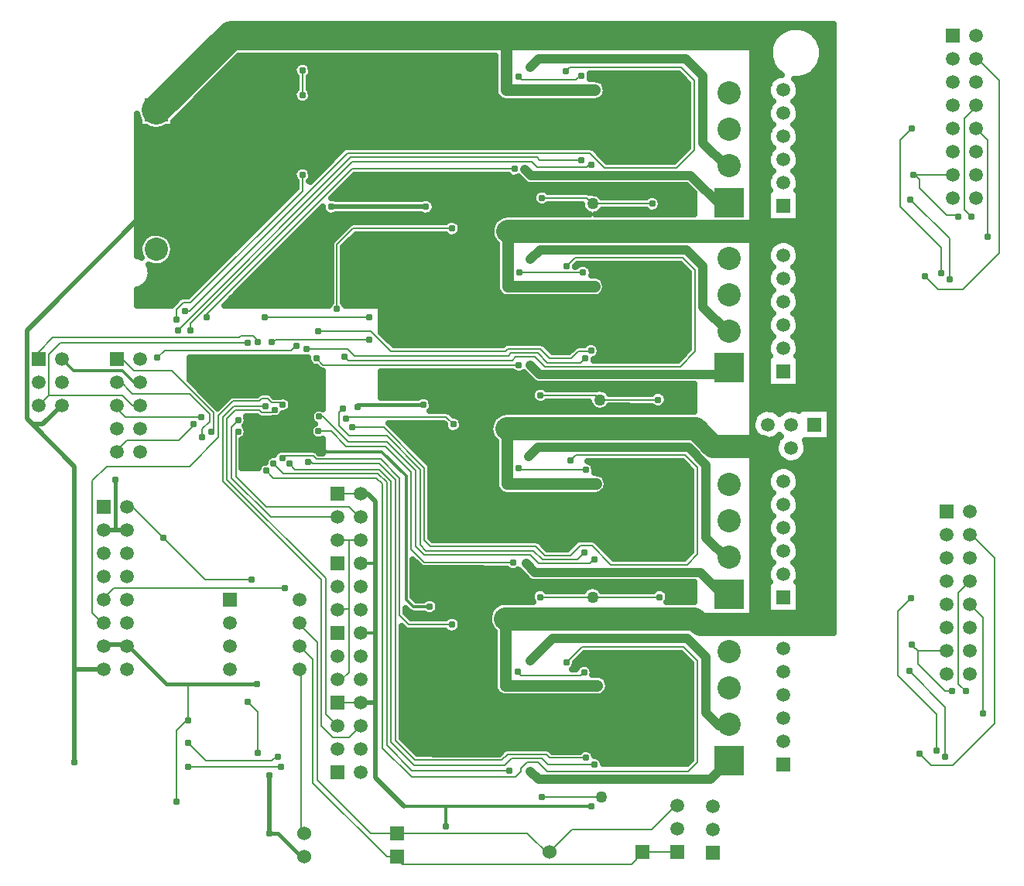
<source format=gbr>
G04 DipTrace 2.1.0.0*
%INBottom.gbr*%
%MOIN*%
%ADD10C,0.01*%
%ADD11C,0.006*%
%ADD12C,0.003*%
%ADD13C,0.016*%
%ADD14C,0.008*%
%ADD15C,0.039*%
%ADD16C,0.012*%
%ADD17C,0.02*%
%ADD18C,0.06*%
%ADD19C,0.15*%
%ADD20C,0.05*%
%ADD21C,0.125*%
%ADD22C,0.1*%
%ADD23C,0.025*%
%ADD24C,0.013*%
%ADD25R,0.1063X0.063*%
%ADD26R,0.0591X0.0512*%
%ADD27R,0.0512X0.0591*%
%ADD28R,0.063X0.1063*%
%ADD29R,0.05X0.06*%
%ADD30R,0.06X0.05*%
%ADD31R,0.1X0.1*%
%ADD32R,0.0591X0.0591*%
%ADD33C,0.0591*%
%ADD34R,0.0827X0.0197*%
%ADD35R,0.0827X0.0591*%
%ADD36R,0.125X0.125*%
%ADD37C,0.1*%
%ADD38R,0.06X0.06*%
%ADD39R,0.071X0.14*%
%ADD40R,0.0551X0.0177*%
%ADD41R,0.0177X0.0551*%
%ADD42R,0.04X0.025*%
%ADD43R,0.012X0.065*%
%ADD44R,0.0827X0.0157*%
%ADD45R,0.09X0.056*%
%ADD46R,0.1X0.056*%
%ADD47R,0.0197X0.0827*%
%ADD48R,0.0591X0.0827*%
%ADD49R,0.0157X0.0827*%
%ADD50C,0.031*%
%ADD51C,0.019*%
%ADD52C,0.035*%
%ADD53C,0.095*%
%ADD54C,0.12*%
%ADD55C,0.11*%
%ADD56C,0.067*%
%ADD57C,0.0354*%
%ADD58C,0.063*%
%ADD59C,0.038*%
%ADD60C,0.023*%
%ADD61C,0.058*%
%ADD62C,0.042*%
%ADD63R,0.0237X0.0907*%
%ADD64R,0.0077X0.0747*%
%ADD65R,0.0671X0.0907*%
%ADD66R,0.0511X0.0747*%
%ADD67R,0.0277X0.0907*%
%ADD68R,0.0117X0.0747*%
%ADD69R,0.108X0.064*%
%ADD70R,0.092X0.048*%
%ADD71R,0.098X0.064*%
%ADD72R,0.082X0.048*%
%ADD73R,0.0907X0.0237*%
%ADD74R,0.0747X0.0077*%
%ADD75R,0.02X0.073*%
%ADD76R,0.004X0.057*%
%ADD77R,0.048X0.033*%
%ADD78R,0.032X0.017*%
%ADD79R,0.0257X0.0631*%
%ADD80R,0.0097X0.0471*%
%ADD81R,0.0631X0.0257*%
%ADD82R,0.0471X0.0097*%
%ADD83R,0.079X0.148*%
%ADD84R,0.063X0.132*%
%ADD85R,0.068X0.068*%
%ADD86R,0.052X0.052*%
%ADD87C,0.068*%
%ADD88C,0.052*%
%ADD89C,0.108*%
%ADD90C,0.092*%
%ADD91R,0.133X0.133*%
%ADD92R,0.117X0.117*%
%ADD93R,0.0907X0.0671*%
%ADD94R,0.0747X0.0511*%
%ADD95R,0.0907X0.0277*%
%ADD96R,0.0747X0.0117*%
%ADD97C,0.0671*%
%ADD98C,0.0511*%
%ADD99R,0.0671X0.0671*%
%ADD100R,0.0511X0.0511*%
%ADD101C,0.108*%
%ADD102C,0.092*%
%ADD103R,0.108X0.108*%
%ADD104R,0.092X0.092*%
%ADD105R,0.068X0.058*%
%ADD106R,0.052X0.042*%
%ADD107R,0.058X0.068*%
%ADD108R,0.042X0.052*%
%ADD109R,0.071X0.1143*%
%ADD110R,0.055X0.0983*%
%ADD111R,0.0592X0.0671*%
%ADD112R,0.0432X0.0511*%
%ADD113R,0.0671X0.0592*%
%ADD114R,0.0511X0.0432*%
%ADD115R,0.1143X0.071*%
%ADD116R,0.0983X0.055*%
%ADD117C,0.0062*%
%ADD118C,0.0124*%
%ADD119C,0.0077*%
%FSLAX44Y44*%
%SFA1B1*%
%OFA0B0*%
G04*
G70*
G90*
G75*
G01*
%LNBottom*%
%LPD*%
X11065Y29315D2*
D15*
Y32315D1*
X9940Y33440D1*
Y33221D1*
X9898D1*
X17690Y18690D2*
D14*
X18690D1*
X9898Y33221D2*
D19*
Y35315D1*
X15503D1*
X16940Y36752D1*
X20315D1*
D15*
Y37065D1*
X9898Y35221D2*
Y33221D1*
D17*
X9784D1*
X4315Y27752D1*
Y23938D1*
X4563Y23690D1*
X5003D1*
X5815Y24502D1*
X10190Y18815D2*
D14*
X8878Y20127D1*
X8628D1*
X17690Y15690D2*
X17565D1*
X17503Y15752D1*
X18190D1*
Y18690D1*
X17690D1*
X6378Y9127D2*
D17*
Y13127D1*
X7628D1*
X18190Y15752D2*
D14*
Y13002D1*
X17878Y12690D1*
X17690D1*
X14003Y17002D2*
X12003D1*
X10190Y18815D1*
X16253Y6065D2*
X16128D1*
Y13065D1*
X16065Y13127D1*
X4563Y23690D2*
D17*
X6378Y21875D1*
Y13127D1*
X20315Y35940D2*
D14*
Y36315D1*
X28480Y24580D2*
X28745Y24315D1*
X31815D1*
X32190Y24690D1*
X24960Y38090D2*
D20*
Y40440D1*
D21*
X35690D1*
D17*
X35815Y40315D1*
Y32002D1*
D22*
X25040D1*
D20*
Y29630D1*
X28753D1*
X35815Y32002D2*
D17*
X35870D1*
Y24495D1*
X35565Y24190D1*
Y23190D1*
X36003Y22752D1*
D22*
X33878D1*
X33128Y23502D1*
X25003D1*
D20*
Y21127D1*
X28815D1*
X36003Y22752D2*
D17*
Y15065D1*
D22*
X33315D1*
X33065Y15315D1*
X24940D1*
D20*
Y12433D1*
X28878D1*
X9898Y37221D2*
D21*
X13116Y40440D1*
X24960D1*
Y38090D2*
D20*
X28780D1*
X12253Y23377D2*
D14*
X12378Y23502D1*
Y24190D1*
X10565Y26002D1*
X8940D1*
X8440Y26502D1*
X8190D1*
X8628Y19127D2*
D17*
X8128D1*
X7628D1*
X14753Y6065D2*
Y8565D1*
X8128Y21315D2*
D13*
Y19127D1*
X14753Y6065D2*
X15127D1*
X16190Y5002D1*
X16253Y5065D1*
X26503Y33440D2*
D14*
X28440D1*
X28690Y33190D1*
X31252D2*
X28690D1*
X26440Y24940D2*
X28815D1*
X29003Y24752D1*
X31503D2*
X29003D1*
X26503Y7627D2*
X29065D1*
X26440Y16252D2*
X28690D1*
X31565D2*
X28690D1*
X25775Y34665D2*
D15*
X26030Y34410D1*
X32907D1*
X34252Y33065D1*
X34385D1*
D14*
X34568Y33248D1*
X26014Y39076D2*
D15*
X26378Y39440D1*
X32690D1*
X33440Y38690D1*
Y35815D1*
X34417Y34838D1*
X34568D1*
X11503Y23690D2*
D14*
X11565D1*
X10877Y23002D1*
X8627D1*
X8190Y22565D1*
Y22502D1*
X11815Y24002D2*
X8565D1*
X8190Y24378D1*
Y24502D1*
X11878Y23127D2*
Y23503D1*
X12190Y23815D1*
Y24127D1*
X11315Y25002D1*
X8878D1*
X8284Y25596D1*
X8190Y25502D1*
X25815Y17690D2*
D15*
X26190Y17315D1*
X33315D1*
X34409Y16221D1*
D14*
X34570Y16383D1*
X13815Y27190D2*
X5753D1*
X5252Y26690D1*
Y24940D1*
X4815Y24502D1*
X9190D2*
X8878D1*
X8440Y24940D1*
X5253D1*
X14270Y27250D2*
X14253D1*
Y27307D1*
X14058Y27502D1*
X13522D1*
X13460Y27440D1*
X5440D1*
X4815Y26815D1*
Y26502D1*
X26014Y30794D2*
D15*
X26430Y31210D1*
X32740D1*
X33440Y30510D1*
Y28752D1*
X34502Y27690D1*
X34565D1*
Y27715D1*
X45690Y31779D2*
D14*
Y35940D1*
X45190Y36440D1*
X26014Y26246D2*
D15*
X26410Y25850D1*
X34840D1*
D14*
X34565Y26125D1*
X13815Y11752D2*
X14253Y11315D1*
Y9550D1*
X26014Y8746D2*
D15*
X26370Y8390D1*
X33772D1*
X34570Y9188D1*
X25940Y22315D2*
X26315Y22690D1*
X32815D1*
X33565Y21940D1*
Y18815D1*
X34489Y17891D1*
X34570Y17973D1*
X32315Y5253D2*
D14*
X30878D1*
X30815D1*
X16065Y14127D2*
X16628Y13565D1*
Y8252D1*
X19815Y5065D1*
X20190D1*
X20253D1*
X20190D2*
X20503Y4752D1*
X30377D1*
X30878Y5253D1*
X16065Y15127D2*
X16003D1*
X16815Y14315D1*
Y8377D1*
X19128Y6065D1*
X20253D1*
X25878D1*
X26815Y5127D1*
Y5253D1*
X27793Y6230D1*
X31230D1*
X32253Y7253D1*
X32315D1*
X15128Y9377D2*
X15065D1*
X14878Y9190D1*
X12040D1*
X11260Y9970D1*
X15260Y8950D2*
Y8940D1*
X11253D1*
X13810Y25940D2*
D13*
X15180D1*
X16350D1*
Y22980D1*
X15990Y22620D1*
X14950D1*
X14340Y22010D1*
D16*
X13626D1*
X28190Y38690D2*
D14*
Y38750D1*
X27980Y38540D1*
X25640D1*
X25510Y38670D1*
X28270Y30220D2*
X25540D1*
X28390Y21720D2*
X25598D1*
X25502Y21815D1*
X28315Y13002D2*
X28273D1*
X28148Y12877D1*
X25603D1*
X25460Y13020D1*
X17690Y20690D2*
X18690D1*
D13*
D3*
X17690Y11690D2*
D14*
X18690D1*
D16*
D3*
X7628Y14127D2*
D17*
Y14190D1*
X8628D1*
Y14127D1*
X18690Y20690D2*
X19003D1*
X19315Y20378D1*
Y17690D1*
Y14690D1*
Y11690D1*
X18690D1*
Y14690D2*
D16*
X19315D1*
X18690Y17690D2*
X19315D1*
X10751Y7440D2*
D14*
Y10501D1*
X11253Y11002D1*
Y10940D1*
Y12440D1*
X10440D1*
X8628Y14252D1*
Y14127D1*
X9190Y25502D2*
D16*
X8940D1*
X8440Y26002D1*
X6315D1*
X5815Y26502D1*
X8628Y14190D2*
D13*
X10315Y12502D1*
X14220D1*
X19315Y11690D2*
D17*
Y8485D1*
X20548Y7252D1*
D16*
X22378D1*
X28628D1*
X21508Y33065D2*
D17*
X17440D1*
X22378Y6377D2*
D16*
Y7252D1*
X15990Y22620D2*
X17100D1*
X17210Y22510D1*
X19610D1*
X20660Y21460D1*
Y16150D1*
X20980Y15830D1*
X21670D1*
X21660Y15840D1*
X21390Y24540D2*
D13*
X18565D1*
Y24435D1*
X44065Y29940D2*
D14*
Y31690D1*
X42378Y33377D1*
X43690Y30190D2*
Y31315D1*
X41940Y33065D1*
Y35940D1*
X42440Y36440D1*
X45503Y11252D2*
Y15377D1*
X44940Y15940D1*
X26014Y13514D2*
D15*
X26970Y14470D1*
X32750D1*
X33565Y13655D1*
Y11253D1*
X34128Y10690D1*
X34570D1*
Y10778D1*
X43878Y9377D2*
D14*
Y11502D1*
X42315Y13065D1*
X43503Y9627D2*
Y11190D1*
X41815Y12877D1*
Y15627D1*
X42399Y16211D1*
X44940Y16940D2*
X44440Y16440D1*
Y12503D1*
X44753Y12190D1*
X45190Y37440D2*
Y37377D1*
X44690Y36877D1*
Y32940D1*
X45003Y32627D1*
X44190Y34440D2*
X42503D1*
X44440Y32627D2*
X44503Y32690D1*
X43940D1*
X42775Y33855D1*
Y34230D1*
X42565Y34440D1*
X44190D1*
X43003Y30065D2*
X43565Y29502D1*
X44627D1*
X46193Y31068D1*
Y38499D1*
X45252Y39440D1*
X45190D1*
X43940Y13940D2*
X42690D1*
X42589Y14041D1*
X42580D1*
X42431Y14190D1*
X44176Y12190D2*
X43877D1*
X42690Y13377D1*
Y13940D1*
X42753Y9502D2*
X43253Y9002D1*
X44190D1*
X46003Y10815D1*
Y17940D1*
X45002Y18940D1*
X44940D1*
X27540Y38910D2*
X27695Y39065D1*
X32502D1*
X33070Y38497D1*
Y35507D1*
X32303Y34740D1*
X29203D1*
X28565Y35377D1*
X18127D1*
X11315Y28565D1*
X11128D1*
X25315Y34690D2*
X18315D1*
X12065Y28440D1*
Y28315D1*
X10753Y28190D2*
Y28628D1*
X11065Y28940D1*
X11378D1*
X16190Y33752D1*
Y34440D1*
Y37877D2*
Y38940D1*
X28628Y34877D2*
Y34948D1*
X28440Y34760D1*
X26310D1*
X26068Y35002D1*
X18333D1*
X11378Y28047D1*
Y27752D1*
X28190Y35080D2*
X26410D1*
X26300Y35190D1*
X18253D1*
X10815Y27752D1*
X17690Y19690D2*
X14815D1*
X13128Y21377D1*
Y23565D1*
X13440Y23877D1*
X18690Y19690D2*
X18627D1*
X18190Y20127D1*
X14628D1*
X13315Y21440D1*
Y23253D1*
X13440Y23378D1*
X27549Y13429D2*
X28220Y14100D1*
X32600D1*
X33190Y13510D1*
Y9120D1*
X32790Y8720D1*
X26740D1*
X26330Y9130D1*
X25850D1*
X25590Y8870D1*
Y8720D1*
X25360Y8490D1*
X20890D1*
X19628Y9752D1*
Y21127D1*
X19378Y21377D1*
X14940D1*
X14628Y21690D1*
X25110Y8780D2*
X20912D1*
X19815Y9877D1*
Y21190D1*
X19440Y21565D1*
X15377D1*
X14940Y22002D1*
X22628Y15065D2*
Y15080D1*
X20760D1*
X20378Y15462D1*
Y21377D1*
X19565Y22190D1*
X16810D1*
X16650Y22350D1*
X15413D1*
X15315Y22252D1*
X28750Y9020D2*
X26770D1*
X26490Y9300D1*
X25210D1*
X24910Y9000D1*
X21005D1*
X20003Y10002D1*
Y21252D1*
X19503Y21752D1*
X15878D1*
X15628Y22002D1*
X28390Y9320D2*
X26840D1*
X26690Y9470D1*
X25030D1*
X24780Y9220D1*
X21035D1*
X20190Y10065D1*
Y21315D1*
X19503Y22002D1*
X16628D1*
X16565Y22065D1*
X16440D1*
X7628Y16127D2*
Y16190D1*
X8065Y16627D1*
X15440D1*
X27740Y22130D2*
X27970Y22360D1*
X32660D1*
X33190Y21830D1*
Y18090D1*
X32750Y17650D1*
X29480D1*
X28650Y18480D1*
X28150D1*
X27720Y18050D1*
X26630D1*
X26240Y18440D1*
X21690D1*
X21440Y18690D1*
Y21815D1*
X19690Y23565D1*
X18315D1*
X25253Y17752D2*
X21440D1*
X20878Y18315D1*
Y21627D1*
X19753Y22752D1*
X18068D1*
X17420Y23400D1*
X16880D1*
Y23390D1*
X22690Y23690D2*
X22378Y24002D1*
X18142D1*
X18060Y23920D1*
X28753Y17878D2*
X28565Y17690D1*
X26360D1*
X25990Y18060D1*
X21445D1*
X21065Y18440D1*
Y21690D1*
X19815Y22940D1*
X18160D1*
X17050Y24050D1*
X16950D1*
X16900Y24100D1*
Y24020D1*
X16910D1*
X28342Y18162D2*
X28040Y17860D1*
X26520D1*
X26128Y18252D1*
X21503D1*
X21253Y18502D1*
Y21752D1*
X19815Y23190D1*
X18190D1*
X17753Y23627D1*
Y24190D1*
X17863Y24300D1*
X17980D1*
X17920Y24360D1*
X15346Y24534D2*
X15253Y24627D1*
X14878D1*
X14690Y24815D1*
X14440D1*
X14315Y24690D1*
X13190D1*
X12565Y24065D1*
Y23127D1*
X11315Y21877D1*
X7752D1*
X7128Y21253D1*
Y15565D1*
X7565Y15127D1*
X7628D1*
X15003Y24315D2*
X14878Y24190D1*
X14440D1*
X14340Y24290D1*
X13290D1*
X12940Y23940D1*
Y21315D1*
X17190Y17065D1*
Y11190D1*
X17753Y10627D1*
X17627D1*
X17690Y10690D1*
X14590Y24480D2*
X13230D1*
X12753Y24003D1*
Y21252D1*
X17003Y17002D1*
Y10690D1*
X17503Y10190D1*
X18190D1*
X18690Y10690D1*
X27550Y30510D2*
X27920Y30880D1*
X32562D1*
X33110Y30332D1*
Y26820D1*
X32470Y26180D1*
X26620D1*
X26210Y26590D1*
X25370D1*
X25230Y26450D1*
X18150D1*
X18000Y26600D1*
X25500Y26250D2*
X17067D1*
X16787Y26530D1*
X22626Y32125D2*
X18375D1*
X17680Y31430D1*
Y28660D1*
X28620Y26860D2*
X28590Y26830D1*
X28070D1*
X27770Y26530D1*
X26840D1*
X26430Y26940D1*
X25040D1*
X24930Y26830D1*
X20010D1*
X19130Y27710D1*
X16880D1*
X28350Y26530D2*
X28170Y26350D1*
X26730D1*
X26320Y26760D1*
X25170D1*
X25060Y26650D1*
X18430D1*
X18140Y26940D1*
X16378D1*
X9940Y26565D2*
X10252Y26877D1*
X15707D1*
X15895Y27065D1*
X15940D1*
X14850Y27250D2*
X14920D1*
X15020Y27350D1*
X19060D1*
X14580Y28315D2*
X19065D1*
D50*
X11065Y29315D3*
X20315Y37065D3*
X15503Y35315D3*
X10190Y18815D3*
X6378Y9127D3*
X14003Y17002D3*
X10190Y18815D3*
X28480Y24580D3*
X32190Y24690D3*
X24960Y38090D3*
X25040Y29630D3*
X28753D3*
X25040D3*
X28815Y21127D3*
X25003D3*
X28878Y12433D3*
X24940D3*
X28815Y21127D3*
X28780Y38090D3*
X24960D3*
X12253Y23377D3*
X14753Y6065D3*
Y8565D3*
X8128Y21315D3*
X14753Y8565D3*
Y6065D3*
X26503Y33440D3*
D20*
X28690Y33190D3*
D50*
X31252D3*
X26440Y24940D3*
D20*
X29003Y24752D3*
D50*
X31503D3*
X26503Y7627D3*
D20*
X29065D3*
D50*
X26440Y16252D3*
D20*
X28690D3*
D50*
X31565D3*
X25775Y34665D3*
X26014Y39076D3*
X11503Y23690D3*
X11815Y24002D3*
X11878Y23127D3*
X25815Y17690D3*
X13815Y27190D3*
X14270Y27250D3*
X26014Y30794D3*
X45690Y31779D3*
X26014Y26246D3*
X13815Y11752D3*
X14253Y9550D3*
X26014Y8746D3*
X25940Y22315D3*
X15128Y9377D3*
X11260Y9970D3*
X15260Y8950D3*
X11253Y8940D3*
X13810Y25940D3*
X14340Y22010D3*
X16350Y22980D3*
X13626Y22010D3*
X28190Y38690D3*
X25510Y38670D3*
X28270Y30220D3*
X25540D3*
X28390Y21720D3*
X25502Y21815D3*
X28315Y13002D3*
X25460Y13020D3*
X16350Y25940D3*
X15180D3*
X10751Y7440D3*
X11253Y10940D3*
X14220Y12502D3*
X25510Y38670D3*
X28628Y7252D3*
X21508Y33065D3*
X17440D3*
X22378Y6377D3*
X25460Y13020D3*
X21660Y15840D3*
X21390Y24540D3*
X18565Y24435D3*
X44065Y29940D3*
X42378Y33377D3*
X43690Y30190D3*
X42440Y36440D3*
X45503Y11252D3*
X26014Y13514D3*
X43878Y9377D3*
X42315Y13065D3*
X43503Y9627D3*
X42399Y16211D3*
X44753Y12190D3*
X45003Y32627D3*
X42503Y34440D3*
X44440Y32627D3*
X43003Y30065D3*
X42431Y14190D3*
X44176Y12190D3*
X42753Y9502D3*
X27540Y38910D3*
X11128Y28565D3*
X25315Y34690D3*
X12065Y28315D3*
X10753Y28190D3*
X16190Y34440D3*
Y37877D3*
Y38940D3*
X28628Y34877D3*
X11378Y27752D3*
X28190Y35080D3*
X10815Y27752D3*
X13440Y23877D3*
Y23378D3*
X27549Y13429D3*
X14628Y21690D3*
X25110Y8780D3*
X14940Y22002D3*
X22628Y15065D3*
X15315Y22252D3*
X28750Y9020D3*
X15628Y22002D3*
X28390Y9320D3*
X16440Y22065D3*
X15440Y16627D3*
X27740Y22130D3*
X18315Y23565D3*
X25253Y17752D3*
X16880Y23390D3*
X22690Y23690D3*
X18060Y23920D3*
X28753Y17878D3*
X16910Y24020D3*
X28342Y18162D3*
X17920Y24360D3*
X15346Y24534D3*
X15003Y24315D3*
X14590Y24480D3*
X27550Y30510D3*
X18000Y26600D3*
X25500Y26250D3*
X16787Y26530D3*
X22626Y32125D3*
X17680Y28660D3*
X28620Y26860D3*
X16880Y27710D3*
X28350Y26530D3*
X16378Y26940D3*
X9940Y26565D3*
X15940Y27065D3*
X14850Y27250D3*
X19060Y27350D3*
X14580Y28315D3*
X19065D3*
D20*
X26815Y37000D3*
X27315D3*
D50*
X27815D3*
D20*
X26815Y28500D3*
X26315Y37000D3*
D50*
X25815D3*
D20*
X27315Y28500D3*
D50*
X26565Y37375D3*
X27065D3*
X27565D3*
X27815Y28500D3*
X26065Y37375D3*
D20*
X26315Y28500D3*
D50*
X25815D3*
X26065Y36625D3*
X26565D3*
X27065D3*
X27565D3*
X27065Y28875D3*
X27565D3*
X26565D3*
X26065D3*
X26565Y28125D3*
X27065D3*
X27565D3*
X26065D3*
D20*
X26815Y20000D3*
X27315D3*
D50*
X27815D3*
D20*
X26315D3*
D50*
X25815D3*
X27065Y20375D3*
X27565D3*
X26565D3*
X26065D3*
Y19625D3*
X26565D3*
X27065D3*
X27565D3*
D20*
X26815Y11375D3*
X27315D3*
D50*
X27815D3*
D20*
X26315D3*
D50*
X25815D3*
X26565Y11750D3*
X27065D3*
X27565D3*
X26065D3*
X26565Y11000D3*
X27065D3*
X27565D3*
X26065D3*
X20315Y37440D3*
Y37815D3*
Y38190D3*
Y38565D3*
Y36690D3*
Y36315D3*
Y35940D3*
X11340Y26316D2*
D23*
X16472D1*
X11340Y26068D2*
X16878D1*
X11340Y25819D2*
X17042D1*
X11369Y25570D2*
X17042D1*
X11615Y25322D2*
X17042D1*
X11865Y25073D2*
X17042D1*
X12115Y24824D2*
X12952D1*
X15584D2*
X17042D1*
X12361Y24575D2*
X12706D1*
X15729D2*
X17042D1*
X15666Y24327D2*
X16698D1*
X15299Y24078D2*
X16530D1*
X13822Y23829D2*
X16581D1*
X13764Y23581D2*
X16550D1*
X13822Y23332D2*
X16499D1*
X13674Y23083D2*
X16667D1*
X13584Y22835D2*
X17042D1*
X13584Y22586D2*
X15155D1*
X16740D2*
X17042D1*
X13584Y22337D2*
X14784D1*
X13584Y22089D2*
X14565D1*
X13584Y21840D2*
X14276D1*
X11316Y25598D2*
X12533Y24381D1*
X13017Y24863D1*
X13127Y24926D1*
X13190Y24935D1*
X14217D1*
X14267Y24988D1*
X14377Y25051D1*
X14440Y25060D1*
X14690D1*
X14812Y25026D1*
X14863Y24988D1*
X14976Y24875D1*
X15225Y24872D1*
X15275Y24887D1*
X15400Y24890D1*
X15518Y24850D1*
X15615Y24773D1*
X15681Y24667D1*
X15706Y24534D1*
X15685Y24411D1*
X15623Y24303D1*
X15528Y24223D1*
X15411Y24180D1*
X15338Y24179D1*
X15279Y24085D1*
X15184Y24004D1*
X15068Y23961D1*
X14940Y23954D1*
X14878Y23945D1*
X14440D1*
X14318Y23979D1*
X14236Y24047D1*
X13758Y24045D1*
X13774Y24011D1*
X13800Y23877D1*
X13779Y23755D1*
X13717Y23647D1*
X13696Y23630D1*
X13774Y23511D1*
X13800Y23378D1*
X13779Y23255D1*
X13717Y23147D1*
X13622Y23067D1*
X13560Y23044D1*
X13565Y21815D1*
X14288D1*
X14347Y21916D1*
X14441Y21998D1*
X14557Y22043D1*
X14584Y22044D1*
X14600Y22119D1*
X14660Y22228D1*
X14753Y22310D1*
X14869Y22355D1*
X14974Y22358D1*
X15035Y22478D1*
X15128Y22560D1*
X15244Y22605D1*
X15368Y22609D1*
X15409Y22595D1*
X16650D1*
X16772Y22561D1*
X16823Y22523D1*
X16909Y22438D1*
X17064Y22435D1*
X17062Y23079D1*
X16945Y23036D1*
X16821Y23035D1*
X16703Y23076D1*
X16607Y23155D1*
X16544Y23262D1*
X16520Y23384D1*
X16540Y23507D1*
X16600Y23616D1*
X16693Y23698D1*
X16726Y23710D1*
X16637Y23785D1*
X16574Y23892D1*
X16550Y24014D1*
X16570Y24137D1*
X16630Y24246D1*
X16723Y24328D1*
X16839Y24373D1*
X16963Y24376D1*
X17063Y24343D1*
X17065Y26006D1*
X17020Y26010D1*
X16894Y26077D1*
X16803Y26168D1*
X16728Y26175D1*
X16611Y26216D1*
X16515Y26295D1*
X16451Y26402D1*
X16428Y26524D1*
X16434Y26566D1*
X11315Y26565D1*
Y25600D1*
X13221Y39316D2*
X16112D1*
X16265D2*
X24460D1*
X12971Y39068D2*
X15808D1*
X16572D2*
X24460D1*
X12721Y38819D2*
X15804D1*
X16576D2*
X24460D1*
X12475Y38570D2*
X15901D1*
X16479D2*
X24460D1*
X28576D2*
X32597D1*
X12225Y38322D2*
X15901D1*
X16479D2*
X24460D1*
X29221D2*
X32780D1*
X11975Y38073D2*
X15839D1*
X16541D2*
X24460D1*
X29279D2*
X32780D1*
X11729Y37824D2*
X15788D1*
X16592D2*
X24542D1*
X29197D2*
X32780D1*
X11479Y37575D2*
X15936D1*
X16444D2*
X32780D1*
X11229Y37327D2*
X32780D1*
X10983Y37078D2*
X32780D1*
X10733Y36829D2*
X32780D1*
X10647Y36581D2*
X32780D1*
X9090Y36332D2*
X32780D1*
X9090Y36083D2*
X32780D1*
X9090Y35835D2*
X32780D1*
X9090Y35586D2*
X17940D1*
X28752D2*
X32749D1*
X9090Y35337D2*
X17686D1*
X29006D2*
X32499D1*
X9090Y35089D2*
X17440D1*
X29252D2*
X32253D1*
X9090Y34840D2*
X17190D1*
X9090Y34591D2*
X15815D1*
X16565D2*
X16940D1*
X9090Y34343D2*
X15800D1*
X18365D2*
X25136D1*
X9090Y34094D2*
X15901D1*
X18119D2*
X25729D1*
X9090Y33845D2*
X15882D1*
X17869D2*
X32854D1*
X9090Y33596D2*
X15636D1*
X17619D2*
X26132D1*
X28959D2*
X33042D1*
X9090Y33348D2*
X15386D1*
X21779D2*
X26108D1*
X31623D2*
X33042D1*
X9090Y33099D2*
X15136D1*
X21912D2*
X26311D1*
X26694D2*
X28198D1*
X31647D2*
X33042D1*
X9090Y32850D2*
X14890D1*
X16873D2*
X17101D1*
X21850D2*
X28335D1*
X29045D2*
X31058D1*
X31447D2*
X33042D1*
X9090Y32602D2*
X14640D1*
X16627D2*
X24608D1*
X9090Y32353D2*
X14390D1*
X16377D2*
X18214D1*
X22955D2*
X24382D1*
X9090Y32104D2*
X14144D1*
X16127D2*
X17956D1*
X23029D2*
X24296D1*
X9090Y31856D2*
X9522D1*
X10272D2*
X13894D1*
X15881D2*
X17706D1*
X18506D2*
X22331D1*
X22920D2*
X24304D1*
X9090Y31607D2*
X9257D1*
X10537D2*
X13644D1*
X15631D2*
X17456D1*
X18256D2*
X24409D1*
X10635Y31358D2*
X13397D1*
X15381D2*
X17390D1*
X18006D2*
X24542D1*
X10639Y31110D2*
X13147D1*
X15135D2*
X17390D1*
X17971D2*
X24542D1*
X10553Y30861D2*
X12897D1*
X14885D2*
X17390D1*
X17971D2*
X24542D1*
X10315Y30612D2*
X12651D1*
X14635D2*
X17390D1*
X17971D2*
X24542D1*
X28053D2*
X32433D1*
X9658Y30364D2*
X12401D1*
X14389D2*
X17390D1*
X17971D2*
X24542D1*
X28647D2*
X32679D1*
X9666Y30115D2*
X12151D1*
X14139D2*
X17390D1*
X17971D2*
X24542D1*
X28658D2*
X32819D1*
X9584Y29866D2*
X11905D1*
X13889D2*
X17390D1*
X17971D2*
X24542D1*
X29190D2*
X32819D1*
X9365Y29617D2*
X11655D1*
X13643D2*
X17390D1*
X17971D2*
X24542D1*
X29252D2*
X32819D1*
X9090Y29369D2*
X11405D1*
X13393D2*
X17390D1*
X17971D2*
X24620D1*
X29174D2*
X32819D1*
X9090Y29120D2*
X10847D1*
X13147D2*
X17390D1*
X17971D2*
X32819D1*
X9090Y28871D2*
X10597D1*
X12897D2*
X17339D1*
X18022D2*
X32819D1*
X19588Y28623D2*
X32819D1*
X19588Y28374D2*
X32819D1*
X19588Y28125D2*
X32819D1*
X19588Y27877D2*
X32819D1*
X19611Y27628D2*
X32819D1*
X19861Y27379D2*
X32819D1*
X20108Y27131D2*
X24831D1*
X26639D2*
X28327D1*
X28912D2*
X32819D1*
X26889Y26882D2*
X27722D1*
X29026D2*
X32772D1*
X28951Y26633D2*
X32522D1*
X19588Y25887D2*
X25362D1*
X19588Y25638D2*
X26003D1*
X19588Y25390D2*
X33042D1*
X19588Y25141D2*
X26093D1*
X29299D2*
X33042D1*
X19588Y24892D2*
X21222D1*
X21557D2*
X26038D1*
X31881D2*
X33042D1*
X21779Y24644D2*
X26179D1*
X26701D2*
X28515D1*
X31893D2*
X33042D1*
X21768Y24395D2*
X28663D1*
X29342D2*
X31351D1*
X31654D2*
X33042D1*
X22635Y24146D2*
X24644D1*
X23033Y23898D2*
X24370D1*
X20006Y23649D2*
X22288D1*
X23092D2*
X24269D1*
X20256Y23400D2*
X22421D1*
X22959D2*
X24261D1*
X20502Y23152D2*
X24343D1*
X20752Y22903D2*
X24503D1*
X21002Y22654D2*
X24503D1*
X21248Y22406D2*
X24503D1*
X21498Y22157D2*
X24503D1*
X21713Y21908D2*
X24503D1*
X28744D2*
X32714D1*
X21729Y21659D2*
X24503D1*
X28791D2*
X32901D1*
X21729Y21411D2*
X24503D1*
X29221D2*
X32901D1*
X21729Y21162D2*
X24503D1*
X29315D2*
X32901D1*
X21729Y20913D2*
X24554D1*
X29264D2*
X32901D1*
X21729Y20665D2*
X24870D1*
X28947D2*
X32901D1*
X21729Y20416D2*
X32901D1*
X21729Y20167D2*
X32901D1*
X21729Y19919D2*
X32901D1*
X21729Y19670D2*
X32901D1*
X21729Y19421D2*
X32901D1*
X21729Y19173D2*
X32901D1*
X21729Y18924D2*
X32901D1*
X26385Y18675D2*
X27944D1*
X28854D2*
X32901D1*
X26654Y18427D2*
X27698D1*
X29104D2*
X32901D1*
X29354Y18178D2*
X32878D1*
X29600Y17929D2*
X32628D1*
X20971Y17680D2*
X21115D1*
X20971Y17432D2*
X25022D1*
X20971Y17183D2*
X25702D1*
X20971Y16934D2*
X25987D1*
X20971Y16686D2*
X28472D1*
X28908D2*
X33042D1*
X20971Y16437D2*
X26085D1*
X31920D2*
X33042D1*
X21049Y16188D2*
X21483D1*
X21838D2*
X26042D1*
X31963D2*
X33042D1*
X22053Y15940D2*
X24546D1*
X22033Y15691D2*
X24296D1*
X20799Y15442D2*
X24202D1*
X23010Y15194D2*
X24202D1*
X23014Y14945D2*
X24292D1*
X20479Y14696D2*
X22511D1*
X22744D2*
X24440D1*
X20479Y14448D2*
X24440D1*
X20479Y14199D2*
X24440D1*
X20479Y13950D2*
X24440D1*
X20479Y13701D2*
X24440D1*
X28221D2*
X32601D1*
X20479Y13453D2*
X24440D1*
X27971D2*
X32847D1*
X20479Y13204D2*
X24440D1*
X28662D2*
X32901D1*
X20479Y12955D2*
X24440D1*
X28717D2*
X32901D1*
X20479Y12707D2*
X24440D1*
X29291D2*
X32901D1*
X20479Y12458D2*
X24440D1*
X29377D2*
X32901D1*
X20479Y12209D2*
X24495D1*
X29322D2*
X32901D1*
X20479Y11961D2*
X24862D1*
X28955D2*
X32901D1*
X20479Y11712D2*
X32901D1*
X20479Y11463D2*
X32901D1*
X20479Y11215D2*
X32901D1*
X20479Y10966D2*
X32901D1*
X20479Y10717D2*
X32901D1*
X20479Y10469D2*
X32901D1*
X20479Y10220D2*
X32901D1*
X20682Y9971D2*
X32901D1*
X20932Y9722D2*
X24925D1*
X26795D2*
X32901D1*
X28764Y9474D2*
X32901D1*
X29096Y9225D2*
X32897D1*
X10623Y36747D2*
Y36496D1*
X10337D1*
X10184Y36421D1*
X10064Y36388D1*
X9940Y36372D1*
X9815Y36375D1*
X9692Y36397D1*
X9574Y36436D1*
X9452Y36498D1*
X9173Y36496D1*
Y36781D1*
X9130Y36856D1*
X9085Y36972D1*
X9065Y37060D1*
Y30952D1*
X9227Y30895D1*
X9263Y30873D1*
X9225Y30950D1*
X9189Y31070D1*
X9173Y31194D1*
X9179Y31318D1*
X9206Y31440D1*
X9254Y31556D1*
X9321Y31661D1*
X9405Y31753D1*
X9504Y31830D1*
X9614Y31889D1*
X9732Y31927D1*
X9856Y31945D1*
X9981Y31942D1*
X10103Y31917D1*
X10219Y31871D1*
X10326Y31806D1*
X10420Y31724D1*
X10499Y31627D1*
X10559Y31518D1*
X10600Y31400D1*
X10623Y31221D1*
X10612Y31097D1*
X10580Y30976D1*
X10528Y30863D1*
X10457Y30760D1*
X10369Y30671D1*
X10268Y30598D1*
X10156Y30544D1*
X10035Y30510D1*
X9911Y30496D1*
X9787Y30505D1*
X9665Y30534D1*
X9555Y30583D1*
X9618Y30431D1*
X9642Y30309D1*
X9648Y30221D1*
X9637Y30097D1*
X9606Y29976D1*
X9556Y29862D1*
X9487Y29758D1*
X9402Y29666D1*
X9303Y29590D1*
X9192Y29532D1*
X9062Y29491D1*
X9065Y28815D1*
X10565D1*
X10878Y29127D1*
X10984Y29192D1*
X11065Y29205D1*
X11264D1*
X11897Y29834D1*
X15927Y33864D1*
X15925Y34170D1*
X15858Y34254D1*
X15816Y34372D1*
X15814Y34496D1*
X15852Y34614D1*
X15927Y34714D1*
X16029Y34784D1*
X16149Y34818D1*
X16274Y34811D1*
X16389Y34764D1*
X16483Y34682D1*
X16545Y34575D1*
X16570Y34440D1*
X16550Y34317D1*
X16491Y34208D1*
X16454Y34173D1*
X16519Y34144D1*
X17940Y35565D1*
X18046Y35630D1*
X18127Y35642D1*
X28565D1*
X28686Y35613D1*
X28752Y35565D1*
X29313Y35004D1*
X32191Y35005D1*
X32803Y35615D1*
X32805Y37132D1*
Y38386D1*
X32394Y38799D1*
X28553Y38800D1*
X28570Y38690D1*
X28548Y38564D1*
X28780Y38565D1*
X28904Y38549D1*
X29019Y38501D1*
X29117Y38425D1*
X29193Y38325D1*
X29240Y38210D1*
X29255Y38086D1*
X29238Y37963D1*
X29189Y37848D1*
X29112Y37750D1*
X29012Y37675D1*
X28896Y37629D1*
X28780Y37615D1*
X24960D1*
X24836Y37631D1*
X24721Y37679D1*
X24623Y37755D1*
X24547Y37855D1*
X24500Y37970D1*
X24485Y38090D1*
Y39563D1*
X22940Y39565D1*
X13444D1*
X10621Y36743D1*
X24565Y31457D2*
X24490Y31531D1*
X24417Y31632D1*
X24362Y31744D1*
X24328Y31865D1*
X24315Y31989D1*
X24324Y32113D1*
X24353Y32235D1*
X24403Y32349D1*
X24472Y32453D1*
X24558Y32544D1*
X24658Y32619D1*
X24769Y32675D1*
X24888Y32711D1*
X25040Y32727D1*
X28563Y32732D1*
X28448Y32781D1*
X28350Y32858D1*
X28275Y32958D1*
X28229Y33074D1*
X28217Y33178D1*
X27690Y33175D1*
X26772D1*
X26712Y33123D1*
X26598Y33072D1*
X26474Y33061D1*
X26354Y33090D1*
X26249Y33157D1*
X26171Y33254D1*
X26129Y33372D1*
X26127Y33496D1*
X26165Y33614D1*
X26239Y33714D1*
X26342Y33784D1*
X26462Y33818D1*
X26586Y33811D1*
X26701Y33764D1*
X26769Y33705D1*
X28440D1*
X28563Y33674D1*
X28825Y33645D1*
X28939Y33595D1*
X29035Y33516D1*
X29079Y33456D1*
X30983Y33455D1*
X31092Y33534D1*
X31212Y33568D1*
X31336Y33561D1*
X31451Y33514D1*
X31545Y33432D1*
X31608Y33325D1*
X31632Y33190D1*
X31612Y33067D1*
X31553Y32958D1*
X31462Y32873D1*
X31348Y32822D1*
X31224Y32811D1*
X31104Y32840D1*
X30986Y32922D1*
X29085Y32925D1*
X29025Y32853D1*
X28925Y32777D1*
X28783Y32727D1*
X33067D1*
X33065Y33655D1*
X32732Y33992D1*
X26532Y33990D1*
X26030D1*
X25907Y34008D1*
X25786Y34068D1*
X25556Y34290D1*
X25490Y34356D1*
X25411Y34322D1*
X25287Y34311D1*
X25166Y34340D1*
X25049Y34422D1*
X23065Y34425D1*
X18428D1*
X17795Y33796D1*
X17444Y33445D1*
X17524Y33436D1*
X17635Y33390D1*
X21319D1*
X21467Y33438D1*
X21591Y33431D1*
X21706Y33384D1*
X21800Y33302D1*
X21863Y33195D1*
X21888Y33060D1*
X21867Y32937D1*
X21808Y32828D1*
X21717Y32743D1*
X21603Y32692D1*
X21479Y32681D1*
X21359Y32710D1*
X21309Y32742D1*
X17636Y32740D1*
X17536Y32697D1*
X17412Y32686D1*
X17291Y32715D1*
X17186Y32782D1*
X17108Y32879D1*
X17066Y32997D1*
X17065Y33063D1*
X14171Y30172D1*
X12815Y28815D1*
X17335D1*
X17415Y28931D1*
Y31430D1*
X17444Y31551D1*
X17493Y31617D1*
X18187Y32312D1*
X18293Y32377D1*
X18375Y32390D1*
X22355D1*
X22465Y32469D1*
X22585Y32502D1*
X22709Y32495D1*
X22824Y32448D1*
X22918Y32367D1*
X22981Y32259D1*
X23006Y32125D1*
X22985Y32002D1*
X22926Y31892D1*
X22835Y31808D1*
X22721Y31757D1*
X22597Y31746D1*
X22477Y31775D1*
X22359Y31857D1*
X20376Y31860D1*
X18481D1*
X17946Y31321D1*
X17945Y28934D1*
X18022Y28818D1*
X18690Y28815D1*
X19440D1*
X19545Y28754D1*
X19565Y28690D1*
Y27647D1*
X20121Y27094D1*
X24819Y27095D1*
X24853Y27127D1*
X24959Y27192D1*
X25040Y27205D1*
X26430D1*
X26551Y27176D1*
X26617Y27127D1*
X26952Y26793D1*
X27664Y26795D1*
X27883Y27017D1*
X27989Y27082D1*
X28070Y27095D1*
X28324D1*
X28357Y27134D1*
X28459Y27204D1*
X28579Y27238D1*
X28704Y27231D1*
X28819Y27184D1*
X28913Y27102D1*
X28975Y26995D1*
X29000Y26860D1*
X28980Y26737D1*
X28921Y26628D1*
X28830Y26543D1*
X28727Y26497D1*
X28745Y26445D1*
X32358D1*
X32843Y26928D1*
X32845Y30222D1*
X32450Y30617D1*
X31562Y30615D1*
X28027D1*
X27930Y30510D1*
X27926Y30483D1*
X28007Y30494D1*
X28109Y30564D1*
X28229Y30598D1*
X28354Y30591D1*
X28469Y30544D1*
X28563Y30462D1*
X28625Y30355D1*
X28650Y30220D1*
X28630Y30101D1*
X28753Y30105D1*
X28876Y30089D1*
X28991Y30041D1*
X29090Y29965D1*
X29165Y29865D1*
X29212Y29750D1*
X29227Y29626D1*
X29210Y29503D1*
X29161Y29388D1*
X29084Y29290D1*
X28984Y29215D1*
X28869Y29169D1*
X28753Y29155D1*
X25040D1*
X24916Y29171D1*
X24801Y29219D1*
X24703Y29295D1*
X24627Y29395D1*
X24580Y29510D1*
X24565Y29630D1*
Y31454D1*
X24527Y22957D2*
X24452Y23031D1*
X24379Y23132D1*
X24325Y23244D1*
X24291Y23365D1*
X24278Y23489D1*
X24286Y23613D1*
X24316Y23735D1*
X24366Y23849D1*
X24435Y23953D1*
X24520Y24044D1*
X24620Y24119D1*
X24732Y24175D1*
X24851Y24211D1*
X25003Y24227D1*
X33069D1*
X33065Y24815D1*
Y25428D1*
X26715Y25430D1*
X26410D1*
X26287Y25448D1*
X26166Y25508D1*
X25936Y25730D1*
X25724Y25942D1*
X25596Y25882D1*
X25472Y25871D1*
X25351Y25900D1*
X25234Y25982D1*
X23250Y25985D1*
X19566D1*
X19565Y24845D1*
X21163D1*
X21229Y24884D1*
X21349Y24918D1*
X21474Y24911D1*
X21589Y24864D1*
X21683Y24782D1*
X21745Y24675D1*
X21770Y24540D1*
X21750Y24417D1*
X21691Y24308D1*
X21648Y24268D1*
X22378Y24267D1*
X22498Y24238D1*
X22565Y24190D1*
X22684Y24071D1*
X22774Y24061D1*
X22889Y24014D1*
X22983Y23932D1*
X23045Y23825D1*
X23070Y23690D1*
X23050Y23567D1*
X22991Y23458D1*
X22900Y23373D1*
X22786Y23322D1*
X22662Y23311D1*
X22541Y23340D1*
X22436Y23407D1*
X22358Y23504D1*
X22316Y23622D1*
X22315Y23688D1*
X22253Y23737D1*
X19889D1*
X21627Y22002D1*
X21692Y21896D1*
X21705Y21815D1*
Y18803D1*
X21801Y18703D1*
X25440Y18705D1*
X26240D1*
X26361Y18676D1*
X26427Y18627D1*
X26740Y18315D1*
X27610D1*
X27963Y18667D1*
X28069Y18732D1*
X28150Y18745D1*
X28650D1*
X28771Y18716D1*
X28837Y18667D1*
X29591Y17913D1*
X32640Y17915D1*
X32924Y18199D1*
X32925Y21719D1*
X32552Y22093D1*
X31160Y22095D1*
X28474Y22091D1*
X28589Y22044D1*
X28683Y21962D1*
X28745Y21855D1*
X28770Y21720D1*
X28753Y21602D1*
X28939Y21586D1*
X29054Y21538D1*
X29152Y21462D1*
X29228Y21363D1*
X29275Y21247D1*
X29290Y21124D1*
X29273Y21000D1*
X29224Y20886D1*
X29147Y20788D1*
X29047Y20713D1*
X28931Y20667D1*
X28815Y20652D1*
X25003D1*
X24879Y20669D1*
X24764Y20717D1*
X24665Y20793D1*
X24590Y20892D1*
X24543Y21008D1*
X24528Y21127D1*
Y22952D1*
X24465Y14769D2*
X24390Y14843D1*
X24317Y14945D1*
X24262Y15057D1*
X24228Y15177D1*
X24215Y15301D1*
X24224Y15426D1*
X24253Y15547D1*
X24303Y15661D1*
X24372Y15766D1*
X24458Y15856D1*
X24558Y15931D1*
X24669Y15987D1*
X24788Y16024D1*
X24940Y16040D1*
X26124D1*
X26066Y16184D1*
X26064Y16308D1*
X26102Y16427D1*
X26177Y16527D1*
X26279Y16597D1*
X26399Y16630D1*
X26524Y16623D1*
X26639Y16576D1*
X26706Y16518D1*
X28295Y16517D1*
X28361Y16595D1*
X28461Y16669D1*
X28578Y16714D1*
X28702Y16727D1*
X28825Y16708D1*
X28939Y16657D1*
X29035Y16579D1*
X29079Y16519D1*
X31295Y16517D1*
X31404Y16597D1*
X31524Y16630D1*
X31649Y16623D1*
X31764Y16576D1*
X31858Y16495D1*
X31920Y16387D1*
X31945Y16252D1*
X31925Y16130D1*
X31875Y16037D1*
X33065Y16040D1*
Y16895D1*
X26190D1*
X26067Y16913D1*
X25946Y16973D1*
X25716Y17195D1*
X25518Y17393D1*
X25479Y17446D1*
X25348Y17385D1*
X25224Y17374D1*
X25104Y17403D1*
X24986Y17485D1*
X23003Y17487D1*
X21440D1*
X21319Y17517D1*
X21253Y17565D1*
X20946Y17872D1*
X20945Y16269D1*
X21105Y16115D1*
X21398D1*
X21499Y16184D1*
X21619Y16218D1*
X21744Y16211D1*
X21859Y16164D1*
X21953Y16082D1*
X22015Y15975D1*
X22040Y15840D1*
X22020Y15717D1*
X21961Y15608D1*
X21870Y15523D1*
X21756Y15472D1*
X21632Y15461D1*
X21511Y15490D1*
X21420Y15545D1*
X20980D1*
X20856Y15574D1*
X20902Y15556D1*
X20778Y15628D1*
X20643Y15764D1*
Y15569D1*
X20871Y15343D1*
X22373Y15345D1*
X22467Y15409D1*
X22587Y15443D1*
X22711Y15436D1*
X22826Y15389D1*
X22920Y15307D1*
X22983Y15200D1*
X23008Y15065D1*
X22987Y14942D1*
X22928Y14833D1*
X22837Y14748D1*
X22723Y14697D1*
X22599Y14686D1*
X22479Y14715D1*
X22374Y14782D1*
X22347Y14816D1*
X20760Y14815D1*
X20639Y14844D1*
X20573Y14893D1*
X20454Y15011D1*
X20455Y10178D1*
X21142Y9487D1*
X22410Y9485D1*
X24671D1*
X24843Y9657D1*
X24949Y9722D1*
X25030Y9735D1*
X26690D1*
X26811Y9706D1*
X26877Y9657D1*
X26952Y9583D1*
X28117Y9585D1*
X28229Y9664D1*
X28349Y9698D1*
X28474Y9691D1*
X28589Y9644D1*
X28683Y9562D1*
X28745Y9455D1*
X28757Y9397D1*
X28834Y9391D1*
X28949Y9344D1*
X29043Y9262D1*
X29105Y9155D1*
X29123Y9067D1*
X32440Y9065D1*
X32764D1*
X32926Y9231D1*
X32925Y13397D1*
X32492Y13834D1*
X28330Y13835D1*
X27929Y13429D1*
X27909Y13307D1*
X27850Y13197D1*
X27790Y13141D1*
X27958Y13143D1*
X28052Y13277D1*
X28154Y13347D1*
X28274Y13380D1*
X28399Y13373D1*
X28514Y13326D1*
X28608Y13245D1*
X28670Y13137D1*
X28695Y13002D1*
X28679Y12907D1*
X28878Y12908D1*
X29001Y12891D1*
X29116Y12843D1*
X29215Y12767D1*
X29290Y12668D1*
X29337Y12552D1*
X29352Y12429D1*
X29335Y12305D1*
X29286Y12191D1*
X29209Y12093D1*
X29109Y12018D1*
X28994Y11972D1*
X28878Y11958D1*
X24940D1*
X24816Y11974D1*
X24701Y12022D1*
X24603Y12098D1*
X24527Y12197D1*
X24480Y12313D1*
X24465Y12433D1*
Y14765D1*
X26710Y25205D2*
X28819Y25204D1*
X29014Y25227D1*
X29137Y25208D1*
X29251Y25157D1*
X29348Y25079D1*
X29391Y25019D1*
X31233Y25017D1*
X31342Y25097D1*
X31462Y25130D1*
X31586Y25123D1*
X31701Y25076D1*
X31795Y24995D1*
X31858Y24887D1*
X31883Y24752D1*
X31862Y24630D1*
X31803Y24520D1*
X31712Y24435D1*
X31598Y24385D1*
X31474Y24374D1*
X31354Y24403D1*
X31236Y24485D1*
X29397Y24487D1*
X29337Y24415D1*
X29238Y24340D1*
X29122Y24293D1*
X28999Y24278D1*
X28875Y24295D1*
X28761Y24344D1*
X28663Y24421D1*
X28588Y24521D1*
X28542Y24636D1*
X28537Y24679D1*
X27940Y24675D1*
X26710D1*
X26650Y24623D1*
X26536Y24572D1*
X26412Y24561D1*
X26291Y24590D1*
X26186Y24657D1*
X26108Y24754D1*
X26066Y24872D1*
X26064Y24996D1*
X26102Y25114D1*
X26177Y25214D1*
X26279Y25284D1*
X26399Y25318D1*
X26524Y25311D1*
X26639Y25264D1*
X26706Y25205D1*
X15925Y38147D2*
Y38670D1*
X15858Y38754D1*
X15816Y38872D1*
X15814Y38996D1*
X15852Y39114D1*
X15927Y39214D1*
X16029Y39284D1*
X16149Y39318D1*
X16274Y39311D1*
X16389Y39264D1*
X16483Y39182D1*
X16545Y39075D1*
X16570Y38940D1*
X16550Y38817D1*
X16491Y38708D1*
X16454Y38673D1*
X16455Y38147D1*
X16483Y38120D1*
X16545Y38012D1*
X16570Y37877D1*
X16550Y37755D1*
X16491Y37645D1*
X16400Y37560D1*
X16286Y37510D1*
X16162Y37499D1*
X16041Y37528D1*
X15936Y37595D1*
X15858Y37692D1*
X15816Y37809D1*
X15814Y37933D1*
X15852Y38052D1*
X15925Y38148D1*
X35590Y40691D2*
X36901D1*
X37979D2*
X39042D1*
X35590Y40443D2*
X36577D1*
X38303D2*
X39042D1*
X35590Y40194D2*
X36409D1*
X38471D2*
X39042D1*
X35590Y39945D2*
X36319D1*
X38561D2*
X39042D1*
X35590Y39697D2*
X36292D1*
X38588D2*
X39042D1*
X35590Y39448D2*
X36315D1*
X38565D2*
X39042D1*
X35590Y39199D2*
X36401D1*
X38479D2*
X39042D1*
X35590Y38950D2*
X36569D1*
X38311D2*
X39042D1*
X35590Y38702D2*
X36601D1*
X38002D2*
X39042D1*
X35590Y38453D2*
X36311D1*
X37486D2*
X39042D1*
X35590Y38204D2*
X36214D1*
X37584D2*
X39042D1*
X35590Y37956D2*
X36218D1*
X37580D2*
X39042D1*
X35590Y37707D2*
X36323D1*
X37475D2*
X39042D1*
X35590Y37458D2*
X36315D1*
X37486D2*
X39042D1*
X35590Y37210D2*
X36214D1*
X37584D2*
X39042D1*
X35590Y36961D2*
X36218D1*
X37584D2*
X39042D1*
X35590Y36712D2*
X36323D1*
X37479D2*
X39042D1*
X35590Y36464D2*
X36319D1*
X37483D2*
X39042D1*
X35590Y36215D2*
X36218D1*
X37584D2*
X39042D1*
X35590Y35966D2*
X36218D1*
X37584D2*
X39042D1*
X35590Y35718D2*
X36319D1*
X37483D2*
X39042D1*
X35590Y35469D2*
X36323D1*
X37479D2*
X39042D1*
X35590Y35220D2*
X36218D1*
X37584D2*
X39042D1*
X35590Y34971D2*
X36214D1*
X37584D2*
X39042D1*
X35590Y34723D2*
X36315D1*
X37486D2*
X39042D1*
X35590Y34474D2*
X36327D1*
X37475D2*
X39042D1*
X35592Y34225D2*
X36218D1*
X37580D2*
X39042D1*
X35592Y33977D2*
X36214D1*
X37584D2*
X39042D1*
X35592Y33728D2*
X36206D1*
X37596D2*
X39042D1*
X35592Y33479D2*
X36206D1*
X37596D2*
X39042D1*
X35592Y33231D2*
X36206D1*
X37596D2*
X39042D1*
X35592Y32982D2*
X36206D1*
X37596D2*
X39042D1*
X35592Y32733D2*
X36206D1*
X37596D2*
X39042D1*
X35592Y32485D2*
X36206D1*
X37596D2*
X39042D1*
X35590Y32236D2*
X39042D1*
X35590Y31987D2*
X39042D1*
X35590Y31739D2*
X39042D1*
X35590Y31490D2*
X36460D1*
X37342D2*
X39042D1*
X35590Y31241D2*
X36265D1*
X37537D2*
X39042D1*
X35590Y30992D2*
X36206D1*
X37596D2*
X39042D1*
X35590Y30744D2*
X36241D1*
X37557D2*
X39042D1*
X35590Y30495D2*
X36397D1*
X37404D2*
X39042D1*
X35590Y30246D2*
X36269D1*
X37533D2*
X39042D1*
X35590Y29998D2*
X36206D1*
X37596D2*
X39042D1*
X35590Y29749D2*
X36241D1*
X37561D2*
X39042D1*
X35590Y29500D2*
X36394D1*
X37408D2*
X39042D1*
X35590Y29252D2*
X36269D1*
X37529D2*
X39042D1*
X35590Y29003D2*
X36206D1*
X37596D2*
X39042D1*
X35590Y28754D2*
X36237D1*
X37561D2*
X39042D1*
X35590Y28506D2*
X36386D1*
X37412D2*
X39042D1*
X35590Y28257D2*
X36272D1*
X37529D2*
X39042D1*
X35590Y28008D2*
X36206D1*
X37592D2*
X39042D1*
X35590Y27760D2*
X36237D1*
X37565D2*
X39042D1*
X35590Y27511D2*
X36382D1*
X37416D2*
X39042D1*
X35590Y27262D2*
X36272D1*
X37526D2*
X39042D1*
X35590Y27013D2*
X36206D1*
X37592D2*
X39042D1*
X35590Y26765D2*
X36237D1*
X37565D2*
X39042D1*
X35590Y26516D2*
X36206D1*
X37596D2*
X39042D1*
X35590Y26267D2*
X36206D1*
X37596D2*
X39042D1*
X35590Y26019D2*
X36206D1*
X37596D2*
X39042D1*
X35590Y25770D2*
X36206D1*
X37596D2*
X39042D1*
X35590Y25521D2*
X36206D1*
X37596D2*
X39042D1*
X35590Y25273D2*
X39042D1*
X35590Y25024D2*
X39042D1*
X35590Y24775D2*
X39042D1*
X35590Y24527D2*
X39042D1*
X35590Y24278D2*
X35901D1*
X36576D2*
X36901D1*
X38932D2*
X39042D1*
X38932Y24029D2*
X39042D1*
X38932Y23781D2*
X39042D1*
X38932Y23532D2*
X39042D1*
X35590Y23283D2*
X35675D1*
X38932D2*
X39042D1*
X35590Y23034D2*
X36050D1*
X36424D2*
X36640D1*
X38932D2*
X39042D1*
X35590Y22786D2*
X36550D1*
X37924D2*
X39042D1*
X35590Y22537D2*
X36558D1*
X37916D2*
X39042D1*
X35590Y22288D2*
X36671D1*
X37803D2*
X39042D1*
X35590Y22040D2*
X37030D1*
X37444D2*
X39042D1*
X35590Y21791D2*
X36515D1*
X37283D2*
X39042D1*
X35590Y21542D2*
X36284D1*
X37514D2*
X39042D1*
X35590Y21294D2*
X36210D1*
X37592D2*
X39042D1*
X35590Y21045D2*
X36229D1*
X37572D2*
X39042D1*
X35590Y20796D2*
X36358D1*
X37440D2*
X39042D1*
X35590Y20548D2*
X36288D1*
X37514D2*
X39042D1*
X35590Y20299D2*
X36210D1*
X37592D2*
X39042D1*
X35590Y20050D2*
X36229D1*
X37572D2*
X39042D1*
X35590Y19802D2*
X36354D1*
X37444D2*
X39042D1*
X35590Y19553D2*
X36292D1*
X37510D2*
X39042D1*
X35590Y19304D2*
X36210D1*
X37592D2*
X39042D1*
X35590Y19055D2*
X36226D1*
X37572D2*
X39042D1*
X35590Y18807D2*
X36351D1*
X37447D2*
X39042D1*
X35590Y18558D2*
X36292D1*
X37506D2*
X39042D1*
X35590Y18309D2*
X36210D1*
X37588D2*
X39042D1*
X35590Y18061D2*
X36226D1*
X37576D2*
X39042D1*
X35590Y17812D2*
X36347D1*
X37451D2*
X39042D1*
X35590Y17563D2*
X36296D1*
X37502D2*
X39042D1*
X35596Y17315D2*
X36210D1*
X37588D2*
X39042D1*
X35596Y17066D2*
X36226D1*
X37576D2*
X39042D1*
X35596Y16817D2*
X36206D1*
X37596D2*
X39042D1*
X35596Y16569D2*
X36206D1*
X37596D2*
X39042D1*
X35596Y16320D2*
X36206D1*
X37596D2*
X39042D1*
X35596Y16071D2*
X36206D1*
X37596D2*
X39042D1*
X35596Y15823D2*
X36206D1*
X37596D2*
X39042D1*
X35596Y15574D2*
X36206D1*
X37596D2*
X39042D1*
X35590Y15325D2*
X39042D1*
X35590Y15076D2*
X39042D1*
X35590Y14828D2*
X39042D1*
X38558Y39565D2*
X38537Y39442D1*
X38503Y39322D1*
X38456Y39206D1*
X38396Y39097D1*
X38324Y38994D1*
X38242Y38901D1*
X38149Y38817D1*
X38048Y38743D1*
X37939Y38682D1*
X37824Y38633D1*
X37705Y38597D1*
X37582Y38574D1*
X37367Y38569D1*
X37418Y38516D1*
X37488Y38413D1*
X37537Y38298D1*
X37565Y38176D1*
X37570Y38090D1*
X37559Y37966D1*
X37524Y37846D1*
X37468Y37734D1*
X37392Y37635D1*
X37343Y37591D1*
X37418Y37516D1*
X37488Y37413D1*
X37537Y37298D1*
X37565Y37176D1*
X37570Y37090D1*
X37559Y36966D1*
X37524Y36846D1*
X37468Y36734D1*
X37392Y36635D1*
X37343Y36591D1*
X37418Y36516D1*
X37488Y36413D1*
X37537Y36298D1*
X37565Y36176D1*
X37570Y36090D1*
X37559Y35966D1*
X37524Y35846D1*
X37468Y35734D1*
X37392Y35635D1*
X37343Y35591D1*
X37418Y35516D1*
X37488Y35413D1*
X37537Y35298D1*
X37565Y35176D1*
X37570Y35090D1*
X37559Y34966D1*
X37524Y34846D1*
X37468Y34734D1*
X37392Y34635D1*
X37343Y34591D1*
X37418Y34516D1*
X37488Y34413D1*
X37537Y34298D1*
X37565Y34176D1*
X37570Y34090D1*
X37559Y33966D1*
X37524Y33846D1*
X37480Y33759D1*
X37570Y33760D1*
Y32420D1*
X36230D1*
Y33760D1*
X36320D1*
X36269Y33864D1*
X36238Y33985D1*
X36230Y34109D1*
X36245Y34233D1*
X36283Y34352D1*
X36342Y34462D1*
X36454Y34587D1*
X36395Y34649D1*
X36322Y34751D1*
X36269Y34864D1*
X36238Y34985D1*
X36230Y35109D1*
X36245Y35233D1*
X36283Y35352D1*
X36342Y35462D1*
X36454Y35587D1*
X36395Y35649D1*
X36322Y35751D1*
X36269Y35864D1*
X36238Y35985D1*
X36230Y36109D1*
X36245Y36233D1*
X36283Y36352D1*
X36342Y36462D1*
X36454Y36587D1*
X36395Y36649D1*
X36322Y36751D1*
X36269Y36864D1*
X36238Y36985D1*
X36230Y37109D1*
X36245Y37233D1*
X36283Y37352D1*
X36342Y37462D1*
X36454Y37587D1*
X36395Y37649D1*
X36322Y37751D1*
X36269Y37864D1*
X36238Y37985D1*
X36230Y38109D1*
X36245Y38233D1*
X36283Y38352D1*
X36342Y38462D1*
X36421Y38559D1*
X36516Y38640D1*
X36625Y38701D1*
X36743Y38742D1*
X36816Y38752D1*
X36663Y38877D1*
X36577Y38968D1*
X36503Y39068D1*
X36440Y39176D1*
X36389Y39290D1*
X36351Y39409D1*
X36326Y39531D1*
X36316Y39656D1*
X36319Y39781D1*
X36336Y39904D1*
X36366Y40026D1*
X36410Y40143D1*
X36467Y40254D1*
X36535Y40358D1*
X36615Y40455D1*
X36705Y40541D1*
X36804Y40618D1*
X36910Y40683D1*
X37024Y40735D1*
X37142Y40775D1*
X37264Y40801D1*
X37389Y40814D1*
X37514Y40813D1*
X37638Y40798D1*
X37759Y40769D1*
X37877Y40727D1*
X37989Y40672D1*
X38095Y40605D1*
X38192Y40527D1*
X38280Y40438D1*
X38358Y40340D1*
X38424Y40235D1*
X38479Y40122D1*
X38520Y40004D1*
X38548Y39883D1*
X38565Y39690D1*
X38558Y39565D1*
X35564Y34248D2*
X35568Y33998D1*
X35565Y31440D1*
X35570Y15383D1*
X35565Y15315D1*
Y14690D1*
X36788D1*
X36866Y14699D1*
X37065Y14690D1*
X39065D1*
Y40940D1*
X35565D1*
Y34249D1*
X37483Y26635D2*
X37570D1*
Y25295D1*
X36230D1*
Y26635D1*
X36320D1*
X36269Y26739D1*
X36238Y26860D1*
X36230Y26984D1*
X36245Y27108D1*
X36283Y27227D1*
X36342Y27337D1*
X36454Y27462D1*
X36395Y27524D1*
X36322Y27626D1*
X36269Y27739D1*
X36238Y27860D1*
X36230Y27984D1*
X36245Y28108D1*
X36283Y28227D1*
X36342Y28337D1*
X36454Y28462D1*
X36395Y28524D1*
X36322Y28626D1*
X36269Y28739D1*
X36238Y28860D1*
X36230Y28984D1*
X36245Y29108D1*
X36283Y29227D1*
X36342Y29337D1*
X36454Y29462D1*
X36395Y29524D1*
X36322Y29626D1*
X36269Y29739D1*
X36238Y29860D1*
X36230Y29984D1*
X36245Y30108D1*
X36283Y30227D1*
X36342Y30337D1*
X36454Y30462D1*
X36395Y30524D1*
X36322Y30626D1*
X36269Y30739D1*
X36238Y30860D1*
X36230Y30984D1*
X36245Y31108D1*
X36283Y31227D1*
X36342Y31337D1*
X36421Y31434D1*
X36516Y31515D1*
X36625Y31576D1*
X36743Y31617D1*
X36866Y31634D1*
X36991Y31629D1*
X37113Y31601D1*
X37227Y31550D1*
X37330Y31479D1*
X37418Y31391D1*
X37488Y31288D1*
X37537Y31173D1*
X37565Y31051D1*
X37570Y30965D1*
X37559Y30841D1*
X37524Y30721D1*
X37468Y30609D1*
X37392Y30510D1*
X37343Y30466D1*
X37418Y30391D1*
X37488Y30288D1*
X37537Y30173D1*
X37565Y30051D1*
X37570Y29965D1*
X37559Y29841D1*
X37524Y29721D1*
X37468Y29609D1*
X37392Y29510D1*
X37343Y29466D1*
X37418Y29391D1*
X37488Y29288D1*
X37537Y29173D1*
X37565Y29051D1*
X37570Y28965D1*
X37559Y28841D1*
X37524Y28721D1*
X37468Y28609D1*
X37392Y28510D1*
X37343Y28466D1*
X37418Y28391D1*
X37488Y28288D1*
X37537Y28173D1*
X37565Y28051D1*
X37570Y27965D1*
X37559Y27841D1*
X37524Y27721D1*
X37468Y27609D1*
X37392Y27510D1*
X37343Y27466D1*
X37418Y27391D1*
X37488Y27288D1*
X37537Y27173D1*
X37565Y27051D1*
X37570Y26965D1*
X37559Y26841D1*
X37524Y26721D1*
X37480Y26634D1*
X37483Y16895D2*
X37570D1*
Y15555D1*
X36230D1*
Y16895D1*
X36320D1*
X36269Y16999D1*
X36238Y17120D1*
X36230Y17244D1*
X36245Y17368D1*
X36283Y17487D1*
X36342Y17597D1*
X36454Y17722D1*
X36395Y17784D1*
X36322Y17886D1*
X36269Y17999D1*
X36238Y18120D1*
X36230Y18244D1*
X36245Y18368D1*
X36283Y18487D1*
X36342Y18597D1*
X36454Y18722D1*
X36395Y18784D1*
X36322Y18886D1*
X36269Y18999D1*
X36238Y19120D1*
X36230Y19244D1*
X36245Y19368D1*
X36283Y19487D1*
X36342Y19597D1*
X36454Y19722D1*
X36395Y19784D1*
X36322Y19886D1*
X36269Y19999D1*
X36238Y20120D1*
X36230Y20244D1*
X36245Y20368D1*
X36283Y20487D1*
X36342Y20597D1*
X36454Y20722D1*
X36395Y20784D1*
X36322Y20886D1*
X36269Y20999D1*
X36238Y21120D1*
X36230Y21244D1*
X36245Y21368D1*
X36283Y21487D1*
X36342Y21597D1*
X36421Y21694D1*
X36516Y21775D1*
X36625Y21836D1*
X36743Y21877D1*
X36866Y21894D1*
X36991Y21889D1*
X37113Y21861D1*
X37227Y21810D1*
X37330Y21739D1*
X37418Y21651D1*
X37488Y21548D1*
X37537Y21433D1*
X37565Y21311D1*
X37570Y21225D1*
X37559Y21101D1*
X37524Y20981D1*
X37468Y20869D1*
X37392Y20770D1*
X37343Y20726D1*
X37418Y20651D1*
X37488Y20548D1*
X37537Y20433D1*
X37565Y20311D1*
X37570Y20225D1*
X37559Y20101D1*
X37524Y19981D1*
X37468Y19869D1*
X37392Y19770D1*
X37343Y19726D1*
X37418Y19651D1*
X37488Y19548D1*
X37537Y19433D1*
X37565Y19311D1*
X37570Y19225D1*
X37559Y19101D1*
X37524Y18981D1*
X37468Y18869D1*
X37392Y18770D1*
X37343Y18726D1*
X37418Y18651D1*
X37488Y18548D1*
X37537Y18433D1*
X37565Y18311D1*
X37570Y18225D1*
X37559Y18101D1*
X37524Y17981D1*
X37468Y17869D1*
X37392Y17770D1*
X37343Y17726D1*
X37418Y17651D1*
X37488Y17548D1*
X37537Y17433D1*
X37565Y17311D1*
X37570Y17225D1*
X37559Y17101D1*
X37524Y16981D1*
X37480Y16894D1*
X37692Y24355D2*
X38908D1*
Y23015D1*
X37818D1*
X37875Y22893D1*
X37902Y22771D1*
X37908Y22685D1*
X37896Y22561D1*
X37862Y22441D1*
X37806Y22329D1*
X37730Y22230D1*
X37637Y22147D1*
X37530Y22082D1*
X37413Y22038D1*
X37290Y22017D1*
X37166Y22019D1*
X37043Y22044D1*
X36928Y22091D1*
X36823Y22158D1*
X36732Y22244D1*
X36659Y22346D1*
X36607Y22459D1*
X36576Y22580D1*
X36568Y22704D1*
X36583Y22828D1*
X36621Y22947D1*
X36680Y23057D1*
X36791Y23182D1*
X36730Y23230D1*
X36637Y23147D1*
X36530Y23082D1*
X36413Y23038D1*
X36290Y23017D1*
X36166Y23019D1*
X36043Y23044D1*
X35928Y23091D1*
X35823Y23158D1*
X35732Y23244D1*
X35659Y23346D1*
X35607Y23459D1*
X35576Y23580D1*
X35568Y23704D1*
X35583Y23828D1*
X35621Y23947D1*
X35680Y24057D1*
X35759Y24154D1*
X35854Y24235D1*
X35962Y24296D1*
X36080Y24337D1*
X36204Y24354D1*
X36329Y24349D1*
X36450Y24321D1*
X36564Y24270D1*
X36667Y24199D1*
X36736Y24130D1*
X36854Y24235D1*
X36962Y24296D1*
X37080Y24337D1*
X37204Y24354D1*
X37329Y24349D1*
X37450Y24321D1*
X37568Y24268D1*
X37567Y24355D1*
X37692D1*
D31*
X9898Y37221D3*
D22*
Y35221D3*
Y33221D3*
Y31221D3*
D32*
X4815Y26502D3*
D33*
X5815Y25502D3*
Y24502D3*
Y26502D3*
X4815Y25502D3*
Y24502D3*
D32*
X8190Y26502D3*
D33*
X9190D3*
X8190Y25502D3*
X9190D3*
X8190Y24502D3*
X9190D3*
X8190Y23502D3*
X9190D3*
X8190Y22502D3*
X9190D3*
D32*
X32315Y5253D3*
D33*
Y6253D3*
Y7253D3*
D32*
X33874Y5252D3*
D33*
Y6252D3*
Y7252D3*
D32*
X17690Y20690D3*
D33*
X18690Y19690D3*
Y18690D3*
Y20690D3*
X17690Y19690D3*
Y18690D3*
D32*
Y17690D3*
D33*
X18690Y16690D3*
Y15690D3*
Y17690D3*
X17690Y16690D3*
Y15690D3*
D32*
Y14690D3*
D33*
X18690Y13690D3*
Y12690D3*
Y14690D3*
X17690Y13690D3*
Y12690D3*
D32*
Y11690D3*
D33*
X18690Y10690D3*
Y9690D3*
Y11690D3*
X17690Y10690D3*
Y9690D3*
D32*
Y8690D3*
D33*
X18690D3*
D32*
X7628Y20127D3*
D33*
X8628D3*
X7628Y19127D3*
X8628D3*
X7628Y18127D3*
X8628D3*
X7628Y17127D3*
X8628D3*
X7628Y16127D3*
X8628D3*
X7628Y15127D3*
X8628D3*
X7628Y14127D3*
X8628D3*
X7628Y13127D3*
X8628D3*
D36*
X34568Y33248D3*
D37*
Y34838D3*
Y36398D3*
Y37958D3*
D32*
X36900Y33090D3*
D33*
Y34090D3*
Y35090D3*
Y36090D3*
Y37090D3*
Y38090D3*
D36*
X34565Y26125D3*
D37*
Y27715D3*
Y29275D3*
Y30835D3*
D32*
X36900Y25965D3*
D33*
Y26965D3*
Y27965D3*
Y28965D3*
Y29965D3*
Y30965D3*
D36*
X34570Y16383D3*
D37*
Y17973D3*
Y19533D3*
Y21093D3*
D32*
X36900Y16225D3*
D33*
Y17225D3*
Y18225D3*
Y19225D3*
Y20225D3*
Y21225D3*
D36*
X34570Y9188D3*
D37*
Y10778D3*
Y12338D3*
Y13898D3*
D32*
X36900Y9030D3*
D33*
Y10030D3*
Y11030D3*
Y12030D3*
Y13030D3*
Y14030D3*
D32*
X38238Y23685D3*
D33*
X37238D3*
X36238D3*
X37238Y22685D3*
D18*
X16253Y6065D3*
D38*
X20253D3*
D18*
X16253Y5065D3*
D38*
X20253D3*
D18*
X26815Y5253D3*
D38*
X30815D3*
D32*
X13065Y16127D3*
D33*
Y15127D3*
Y14127D3*
Y13127D3*
X16065D3*
Y14127D3*
Y15127D3*
Y16127D3*
D32*
X44190Y40440D3*
D33*
X45190D3*
X44190Y39440D3*
X45190D3*
X44190Y38440D3*
X45190D3*
X44190Y37440D3*
X45190D3*
X44190Y36440D3*
X45190D3*
X44190Y35440D3*
X45190D3*
X44190Y34440D3*
X45190D3*
X44190Y33440D3*
X45190D3*
D32*
X43940Y19940D3*
D33*
X44940D3*
X43940Y18940D3*
X44940D3*
X43940Y17940D3*
X44940D3*
X43940Y16940D3*
X44940D3*
X43940Y15940D3*
X44940D3*
X43940Y14940D3*
X44940D3*
X43940Y13940D3*
X44940D3*
X43940Y12940D3*
X44940D3*
M02*

</source>
